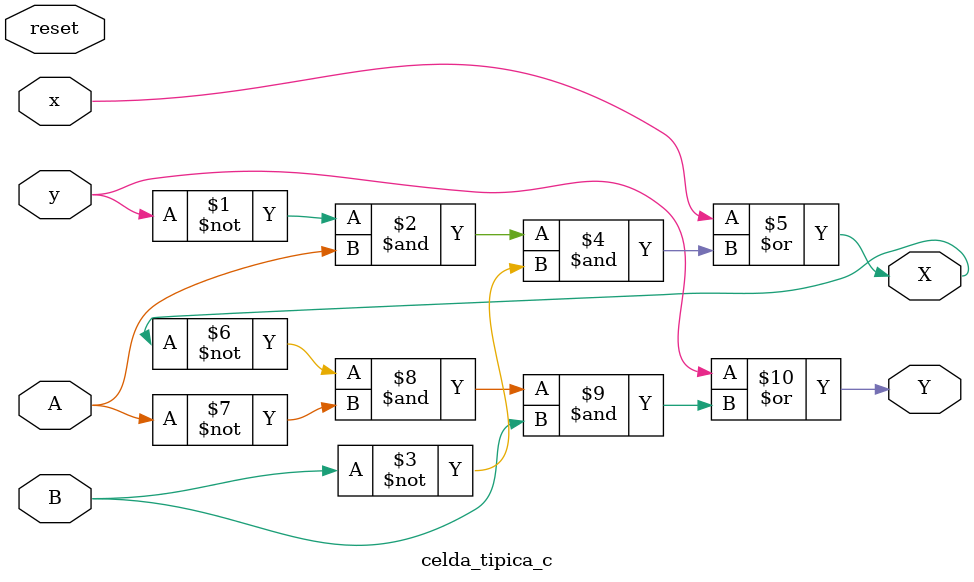
<source format=v>
module celda_tipica_c
(
    input wire  A, //implementacion de las entradas A,B,x,y y una senal reset, que va ser necesaria para inducir retardos y reiniciar la senal 
                   // entre prueba y prueba.
    input wire  B,
    input wire x,
    input wire y,
    input reset,
    output wire X,//Implementacion de las salidas X y Y.
    output wire Y
); 
//Declaracion de variables para conectarlas al modulo, (A,B,x,y) son las entradas y (X,Y) son las salidas.
    assign X =  x | (~y & A & ~B);
    assign Y = y | (~X &  ~A & B ); 
//X corresponde a la funcion obtenida a mano resolviendo la red iterativa, X = x+(y')*(A)*(B') y Y = y+(x')*(A')*(B) 
endmodule
</source>
